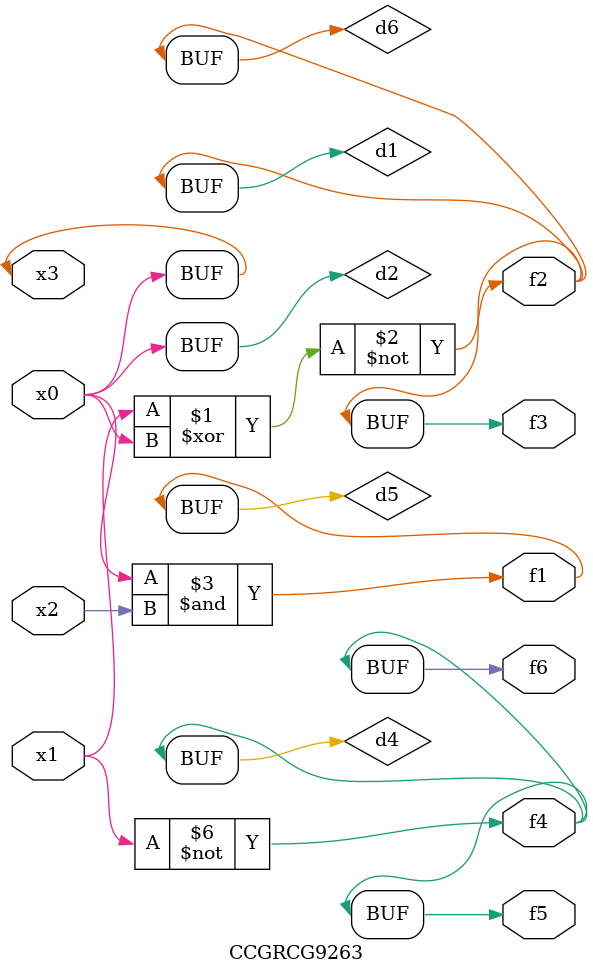
<source format=v>
module CCGRCG9263(
	input x0, x1, x2, x3,
	output f1, f2, f3, f4, f5, f6
);

	wire d1, d2, d3, d4, d5, d6;

	xnor (d1, x1, x3);
	buf (d2, x0, x3);
	nand (d3, x0, x2);
	not (d4, x1);
	nand (d5, d3);
	or (d6, d1);
	assign f1 = d5;
	assign f2 = d6;
	assign f3 = d6;
	assign f4 = d4;
	assign f5 = d4;
	assign f6 = d4;
endmodule

</source>
